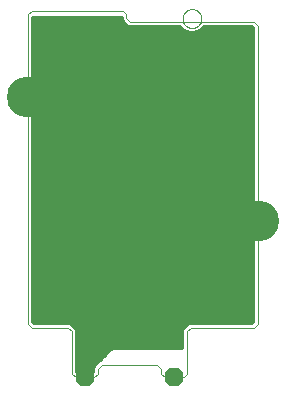
<source format=gbl>
G75*
%MOIN*%
%OFA0B0*%
%FSLAX25Y25*%
%IPPOS*%
%LPD*%
%AMOC8*
5,1,8,0,0,1.08239X$1,22.5*
%
%ADD10C,0.00000*%
%ADD11OC8,0.06300*%
%ADD12C,0.13449*%
%ADD13C,0.02775*%
%ADD14C,0.01600*%
%ADD15C,0.01200*%
D10*
X0009487Y0021562D02*
X0021674Y0021562D01*
X0022924Y0020313D01*
X0022924Y0006250D01*
X0024174Y0005000D01*
X0030424Y0005000D01*
X0031674Y0006250D01*
X0031674Y0007812D01*
X0032924Y0009063D01*
X0051362Y0009063D01*
X0052612Y0007812D01*
X0052612Y0006250D01*
X0053862Y0005000D01*
X0060112Y0005000D01*
X0061362Y0006250D01*
X0061362Y0020313D01*
X0062612Y0021562D01*
X0083549Y0021562D01*
X0084799Y0022812D01*
X0084799Y0122187D01*
X0083549Y0123437D01*
X0042299Y0123437D01*
X0041049Y0124687D01*
X0041049Y0125937D01*
X0039799Y0127187D01*
X0009487Y0127187D01*
X0008237Y0125937D01*
X0008237Y0022812D01*
X0009487Y0021562D01*
X0059774Y0124560D02*
X0059776Y0124672D01*
X0059782Y0124783D01*
X0059792Y0124895D01*
X0059806Y0125006D01*
X0059823Y0125116D01*
X0059845Y0125226D01*
X0059871Y0125335D01*
X0059900Y0125443D01*
X0059933Y0125549D01*
X0059970Y0125655D01*
X0060011Y0125759D01*
X0060056Y0125862D01*
X0060104Y0125963D01*
X0060155Y0126062D01*
X0060210Y0126159D01*
X0060269Y0126254D01*
X0060330Y0126348D01*
X0060395Y0126439D01*
X0060464Y0126527D01*
X0060535Y0126613D01*
X0060609Y0126697D01*
X0060687Y0126777D01*
X0060767Y0126855D01*
X0060850Y0126931D01*
X0060935Y0127003D01*
X0061023Y0127072D01*
X0061113Y0127138D01*
X0061206Y0127200D01*
X0061301Y0127260D01*
X0061398Y0127316D01*
X0061496Y0127368D01*
X0061597Y0127417D01*
X0061699Y0127462D01*
X0061803Y0127504D01*
X0061908Y0127542D01*
X0062015Y0127576D01*
X0062122Y0127606D01*
X0062231Y0127633D01*
X0062340Y0127655D01*
X0062451Y0127674D01*
X0062561Y0127689D01*
X0062673Y0127700D01*
X0062784Y0127707D01*
X0062896Y0127710D01*
X0063008Y0127709D01*
X0063120Y0127704D01*
X0063231Y0127695D01*
X0063342Y0127682D01*
X0063453Y0127665D01*
X0063563Y0127645D01*
X0063672Y0127620D01*
X0063780Y0127592D01*
X0063887Y0127559D01*
X0063993Y0127523D01*
X0064097Y0127483D01*
X0064200Y0127440D01*
X0064302Y0127393D01*
X0064401Y0127342D01*
X0064499Y0127288D01*
X0064595Y0127230D01*
X0064689Y0127169D01*
X0064780Y0127105D01*
X0064869Y0127038D01*
X0064956Y0126967D01*
X0065040Y0126893D01*
X0065122Y0126817D01*
X0065200Y0126737D01*
X0065276Y0126655D01*
X0065349Y0126570D01*
X0065419Y0126483D01*
X0065485Y0126393D01*
X0065549Y0126301D01*
X0065609Y0126207D01*
X0065666Y0126111D01*
X0065719Y0126012D01*
X0065769Y0125912D01*
X0065815Y0125811D01*
X0065858Y0125707D01*
X0065897Y0125602D01*
X0065932Y0125496D01*
X0065963Y0125389D01*
X0065991Y0125280D01*
X0066014Y0125171D01*
X0066034Y0125061D01*
X0066050Y0124950D01*
X0066062Y0124839D01*
X0066070Y0124728D01*
X0066074Y0124616D01*
X0066074Y0124504D01*
X0066070Y0124392D01*
X0066062Y0124281D01*
X0066050Y0124170D01*
X0066034Y0124059D01*
X0066014Y0123949D01*
X0065991Y0123840D01*
X0065963Y0123731D01*
X0065932Y0123624D01*
X0065897Y0123518D01*
X0065858Y0123413D01*
X0065815Y0123309D01*
X0065769Y0123208D01*
X0065719Y0123108D01*
X0065666Y0123009D01*
X0065609Y0122913D01*
X0065549Y0122819D01*
X0065485Y0122727D01*
X0065419Y0122637D01*
X0065349Y0122550D01*
X0065276Y0122465D01*
X0065200Y0122383D01*
X0065122Y0122303D01*
X0065040Y0122227D01*
X0064956Y0122153D01*
X0064869Y0122082D01*
X0064780Y0122015D01*
X0064689Y0121951D01*
X0064595Y0121890D01*
X0064499Y0121832D01*
X0064401Y0121778D01*
X0064302Y0121727D01*
X0064200Y0121680D01*
X0064097Y0121637D01*
X0063993Y0121597D01*
X0063887Y0121561D01*
X0063780Y0121528D01*
X0063672Y0121500D01*
X0063563Y0121475D01*
X0063453Y0121455D01*
X0063342Y0121438D01*
X0063231Y0121425D01*
X0063120Y0121416D01*
X0063008Y0121411D01*
X0062896Y0121410D01*
X0062784Y0121413D01*
X0062673Y0121420D01*
X0062561Y0121431D01*
X0062451Y0121446D01*
X0062340Y0121465D01*
X0062231Y0121487D01*
X0062122Y0121514D01*
X0062015Y0121544D01*
X0061908Y0121578D01*
X0061803Y0121616D01*
X0061699Y0121658D01*
X0061597Y0121703D01*
X0061496Y0121752D01*
X0061398Y0121804D01*
X0061301Y0121860D01*
X0061206Y0121920D01*
X0061113Y0121982D01*
X0061023Y0122048D01*
X0060935Y0122117D01*
X0060850Y0122189D01*
X0060767Y0122265D01*
X0060687Y0122343D01*
X0060609Y0122423D01*
X0060535Y0122507D01*
X0060464Y0122593D01*
X0060395Y0122681D01*
X0060330Y0122772D01*
X0060269Y0122866D01*
X0060210Y0122961D01*
X0060155Y0123058D01*
X0060104Y0123157D01*
X0060056Y0123258D01*
X0060011Y0123361D01*
X0059970Y0123465D01*
X0059933Y0123571D01*
X0059900Y0123677D01*
X0059871Y0123785D01*
X0059845Y0123894D01*
X0059823Y0124004D01*
X0059806Y0124114D01*
X0059792Y0124225D01*
X0059782Y0124337D01*
X0059776Y0124448D01*
X0059774Y0124560D01*
D11*
X0056987Y0005000D03*
X0027299Y0005000D03*
D12*
X0085112Y0057187D03*
X0007924Y0098437D03*
D13*
X0029799Y0079688D03*
X0037299Y0074688D03*
X0053862Y0060937D03*
X0056674Y0044687D03*
X0060737Y0028437D03*
X0070112Y0047187D03*
X0041987Y0034688D03*
X0039487Y0044687D03*
X0030424Y0044687D03*
X0029487Y0034688D03*
X0032299Y0022187D03*
X0018237Y0028437D03*
X0019487Y0053437D03*
D14*
X0027299Y0007187D02*
X0027299Y0005000D01*
D15*
X0024837Y0006600D02*
X0029762Y0006600D01*
X0030074Y0006913D01*
X0030074Y0008475D01*
X0031012Y0009412D01*
X0031324Y0009725D01*
X0024524Y0009725D01*
X0024524Y0010923D02*
X0032598Y0010923D01*
X0032337Y0010662D02*
X0032262Y0010662D01*
X0031324Y0009725D01*
X0032337Y0010662D02*
X0036362Y0014687D01*
X0059762Y0014687D01*
X0059762Y0020975D01*
X0060699Y0021912D01*
X0061949Y0023162D01*
X0082887Y0023162D01*
X0083199Y0023475D01*
X0083199Y0121525D01*
X0082887Y0121837D01*
X0066919Y0121837D01*
X0065615Y0120533D01*
X0063869Y0119810D01*
X0061980Y0119810D01*
X0060234Y0120533D01*
X0058929Y0121837D01*
X0041637Y0121837D01*
X0040699Y0122775D01*
X0040699Y0122775D01*
X0040387Y0123087D01*
X0039449Y0124025D01*
X0039449Y0124687D01*
X0009837Y0124687D01*
X0009837Y0023475D01*
X0010150Y0023162D01*
X0022337Y0023162D01*
X0023587Y0021912D01*
X0024524Y0020975D01*
X0024524Y0006913D01*
X0024837Y0006600D01*
X0024524Y0007328D02*
X0030074Y0007328D01*
X0030125Y0008526D02*
X0024524Y0008526D01*
X0024524Y0012122D02*
X0033796Y0012122D01*
X0034995Y0013320D02*
X0024524Y0013320D01*
X0024524Y0014519D02*
X0036193Y0014519D01*
X0024524Y0015717D02*
X0059762Y0015717D01*
X0059762Y0016916D02*
X0024524Y0016916D01*
X0024524Y0018114D02*
X0059762Y0018114D01*
X0059762Y0019313D02*
X0024524Y0019313D01*
X0024524Y0020511D02*
X0059762Y0020511D01*
X0060497Y0021710D02*
X0023790Y0021710D01*
X0022591Y0022908D02*
X0061695Y0022908D01*
X0083199Y0024107D02*
X0009837Y0024107D01*
X0009837Y0025305D02*
X0083199Y0025305D01*
X0083199Y0026504D02*
X0009837Y0026504D01*
X0009837Y0027702D02*
X0083199Y0027702D01*
X0083199Y0028901D02*
X0009837Y0028901D01*
X0009837Y0030099D02*
X0083199Y0030099D01*
X0083199Y0031298D02*
X0009837Y0031298D01*
X0009837Y0032496D02*
X0083199Y0032496D01*
X0083199Y0033695D02*
X0009837Y0033695D01*
X0009837Y0034893D02*
X0083199Y0034893D01*
X0083199Y0036092D02*
X0009837Y0036092D01*
X0009837Y0037290D02*
X0083199Y0037290D01*
X0083199Y0038489D02*
X0009837Y0038489D01*
X0009837Y0039688D02*
X0083199Y0039688D01*
X0083199Y0040886D02*
X0009837Y0040886D01*
X0009837Y0042085D02*
X0083199Y0042085D01*
X0083199Y0043283D02*
X0009837Y0043283D01*
X0009837Y0044482D02*
X0083199Y0044482D01*
X0083199Y0045680D02*
X0009837Y0045680D01*
X0009837Y0046879D02*
X0083199Y0046879D01*
X0083199Y0048077D02*
X0009837Y0048077D01*
X0009837Y0049276D02*
X0083199Y0049276D01*
X0083199Y0050474D02*
X0009837Y0050474D01*
X0009837Y0051673D02*
X0083199Y0051673D01*
X0083199Y0052871D02*
X0009837Y0052871D01*
X0009837Y0054070D02*
X0083199Y0054070D01*
X0083199Y0055268D02*
X0009837Y0055268D01*
X0009837Y0056467D02*
X0083199Y0056467D01*
X0083199Y0057665D02*
X0009837Y0057665D01*
X0009837Y0058864D02*
X0083199Y0058864D01*
X0083199Y0060062D02*
X0009837Y0060062D01*
X0009837Y0061261D02*
X0083199Y0061261D01*
X0083199Y0062459D02*
X0009837Y0062459D01*
X0009837Y0063658D02*
X0083199Y0063658D01*
X0083199Y0064856D02*
X0009837Y0064856D01*
X0009837Y0066055D02*
X0083199Y0066055D01*
X0083199Y0067253D02*
X0009837Y0067253D01*
X0009837Y0068452D02*
X0083199Y0068452D01*
X0083199Y0069650D02*
X0009837Y0069650D01*
X0009837Y0070849D02*
X0083199Y0070849D01*
X0083199Y0072047D02*
X0009837Y0072047D01*
X0009837Y0073246D02*
X0083199Y0073246D01*
X0083199Y0074444D02*
X0009837Y0074444D01*
X0009837Y0075643D02*
X0083199Y0075643D01*
X0083199Y0076841D02*
X0009837Y0076841D01*
X0009837Y0078040D02*
X0083199Y0078040D01*
X0083199Y0079238D02*
X0009837Y0079238D01*
X0009837Y0080437D02*
X0083199Y0080437D01*
X0083199Y0081635D02*
X0009837Y0081635D01*
X0009837Y0082834D02*
X0083199Y0082834D01*
X0083199Y0084032D02*
X0009837Y0084032D01*
X0009837Y0085231D02*
X0083199Y0085231D01*
X0083199Y0086429D02*
X0009837Y0086429D01*
X0009837Y0087628D02*
X0083199Y0087628D01*
X0083199Y0088826D02*
X0009837Y0088826D01*
X0009837Y0090025D02*
X0083199Y0090025D01*
X0083199Y0091223D02*
X0009837Y0091223D01*
X0009837Y0092422D02*
X0083199Y0092422D01*
X0083199Y0093621D02*
X0009837Y0093621D01*
X0009837Y0094819D02*
X0083199Y0094819D01*
X0083199Y0096018D02*
X0009837Y0096018D01*
X0009837Y0097216D02*
X0083199Y0097216D01*
X0083199Y0098415D02*
X0009837Y0098415D01*
X0009837Y0099613D02*
X0083199Y0099613D01*
X0083199Y0100812D02*
X0009837Y0100812D01*
X0009837Y0102010D02*
X0083199Y0102010D01*
X0083199Y0103209D02*
X0009837Y0103209D01*
X0009837Y0104407D02*
X0083199Y0104407D01*
X0083199Y0105606D02*
X0009837Y0105606D01*
X0009837Y0106804D02*
X0083199Y0106804D01*
X0083199Y0108003D02*
X0009837Y0108003D01*
X0009837Y0109201D02*
X0083199Y0109201D01*
X0083199Y0110400D02*
X0009837Y0110400D01*
X0009837Y0111598D02*
X0083199Y0111598D01*
X0083199Y0112797D02*
X0009837Y0112797D01*
X0009837Y0113995D02*
X0083199Y0113995D01*
X0083199Y0115194D02*
X0009837Y0115194D01*
X0009837Y0116392D02*
X0083199Y0116392D01*
X0083199Y0117591D02*
X0009837Y0117591D01*
X0009837Y0118789D02*
X0083199Y0118789D01*
X0083199Y0119988D02*
X0064298Y0119988D01*
X0066268Y0121186D02*
X0083199Y0121186D01*
X0061550Y0119988D02*
X0009837Y0119988D01*
X0009837Y0121186D02*
X0059581Y0121186D01*
X0041089Y0122385D02*
X0009837Y0122385D01*
X0009837Y0123583D02*
X0039891Y0123583D01*
M02*

</source>
